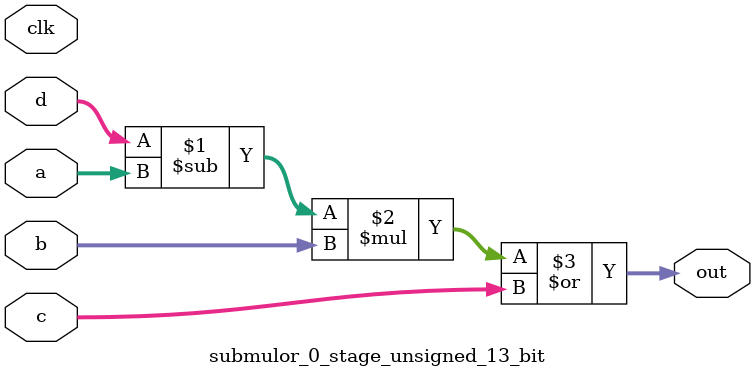
<source format=sv>
(* use_dsp = "yes" *) module submulor_0_stage_unsigned_13_bit(
	input  [12:0] a,
	input  [12:0] b,
	input  [12:0] c,
	input  [12:0] d,
	output [12:0] out,
	input clk);

	assign out = ((d - a) * b) | c;
endmodule

</source>
